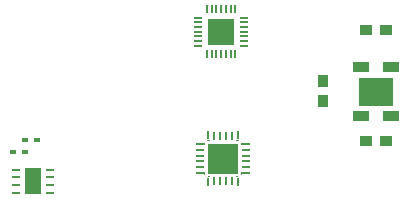
<source format=gbp>
G04*
G04 #@! TF.GenerationSoftware,Altium Limited,Altium Designer,19.0.12 (326)*
G04*
G04 Layer_Color=128*
%FSLAX44Y44*%
%MOMM*%
G71*
G01*
G75*
%ADD11R,0.5000X0.4000*%
%ADD29R,0.9000X1.0000*%
%ADD33R,0.6500X0.1500*%
%ADD34R,0.7500X0.1500*%
%ADD35R,0.1500X0.6500*%
%ADD36R,0.1500X0.7500*%
%ADD37R,2.5000X2.5000*%
%ADD38O,0.7500X0.1000*%
%ADD39O,0.1000X0.7500*%
%ADD40R,2.3000X2.3000*%
%ADD41R,3.0000X2.4000*%
%ADD42R,1.4500X0.9000*%
%ADD43R,1.0000X0.9000*%
%ADD44R,1.4000X2.2000*%
%ADD45R,0.7000X0.2000*%
G36*
X173350Y32580D02*
X174350Y33580D01*
Y35080D01*
X173350D01*
Y32580D01*
D02*
G37*
G36*
X175600Y30330D02*
X176600Y31330D01*
X178100D01*
Y30330D01*
X175600D01*
D02*
G37*
G36*
X173350Y60080D02*
X174350Y59080D01*
Y57580D01*
X173350D01*
Y60080D01*
D02*
G37*
G36*
X175600Y62330D02*
X176600Y61330D01*
X178100D01*
Y62330D01*
X175600D01*
D02*
G37*
G36*
X203100Y30330D02*
X202100Y31330D01*
X200600D01*
Y30330D01*
X203100D01*
D02*
G37*
G36*
X205350Y32580D02*
X204350Y33580D01*
Y35080D01*
X205350D01*
Y32580D01*
D02*
G37*
G36*
X203100Y62330D02*
X202100Y61330D01*
X200600D01*
Y62330D01*
X203100D01*
D02*
G37*
G36*
X205350Y60080D02*
X204350Y59080D01*
Y57580D01*
X205350D01*
Y60080D01*
D02*
G37*
D11*
X31750Y61830D02*
D03*
X21750D02*
D03*
X21441Y51500D02*
D03*
X11441D02*
D03*
D29*
X274000Y111800D02*
D03*
Y94800D02*
D03*
D33*
X209100Y58830D02*
D03*
Y33830D02*
D03*
X169600D02*
D03*
Y58830D02*
D03*
D34*
X208600Y53830D02*
D03*
Y48830D02*
D03*
Y43830D02*
D03*
Y38830D02*
D03*
X170100D02*
D03*
Y43830D02*
D03*
Y48830D02*
D03*
Y53830D02*
D03*
D35*
X201850Y26580D02*
D03*
X176850D02*
D03*
Y66080D02*
D03*
X201850D02*
D03*
D36*
X196850Y27080D02*
D03*
X191850D02*
D03*
X186850D02*
D03*
X181850D02*
D03*
Y65580D02*
D03*
X186850D02*
D03*
X191850D02*
D03*
X196850D02*
D03*
D37*
X189350Y46330D02*
D03*
D38*
X168710Y141670D02*
D03*
Y145670D02*
D03*
Y149670D02*
D03*
Y153670D02*
D03*
Y157670D02*
D03*
Y161670D02*
D03*
Y165670D02*
D03*
X207210D02*
D03*
Y161670D02*
D03*
Y157670D02*
D03*
Y153670D02*
D03*
Y149670D02*
D03*
Y145670D02*
D03*
Y141670D02*
D03*
D39*
X175960Y172920D02*
D03*
X179960D02*
D03*
X183960D02*
D03*
X187960D02*
D03*
X191960D02*
D03*
X195960D02*
D03*
X199960D02*
D03*
Y134420D02*
D03*
X195960D02*
D03*
X191960D02*
D03*
X187960D02*
D03*
X183960D02*
D03*
X179960D02*
D03*
X175960D02*
D03*
D40*
X187960Y153670D02*
D03*
D41*
X318941Y102952D02*
D03*
D42*
X306191Y81952D02*
D03*
X331691Y123952D02*
D03*
X306191D02*
D03*
X331691Y81952D02*
D03*
D43*
X310440Y61000D02*
D03*
X327440D02*
D03*
X310641Y155000D02*
D03*
X327641D02*
D03*
D44*
X28420Y27080D02*
D03*
D45*
X13970Y17330D02*
D03*
Y23830D02*
D03*
Y30330D02*
D03*
Y36830D02*
D03*
X42870Y17330D02*
D03*
Y23830D02*
D03*
Y30330D02*
D03*
Y36830D02*
D03*
M02*

</source>
